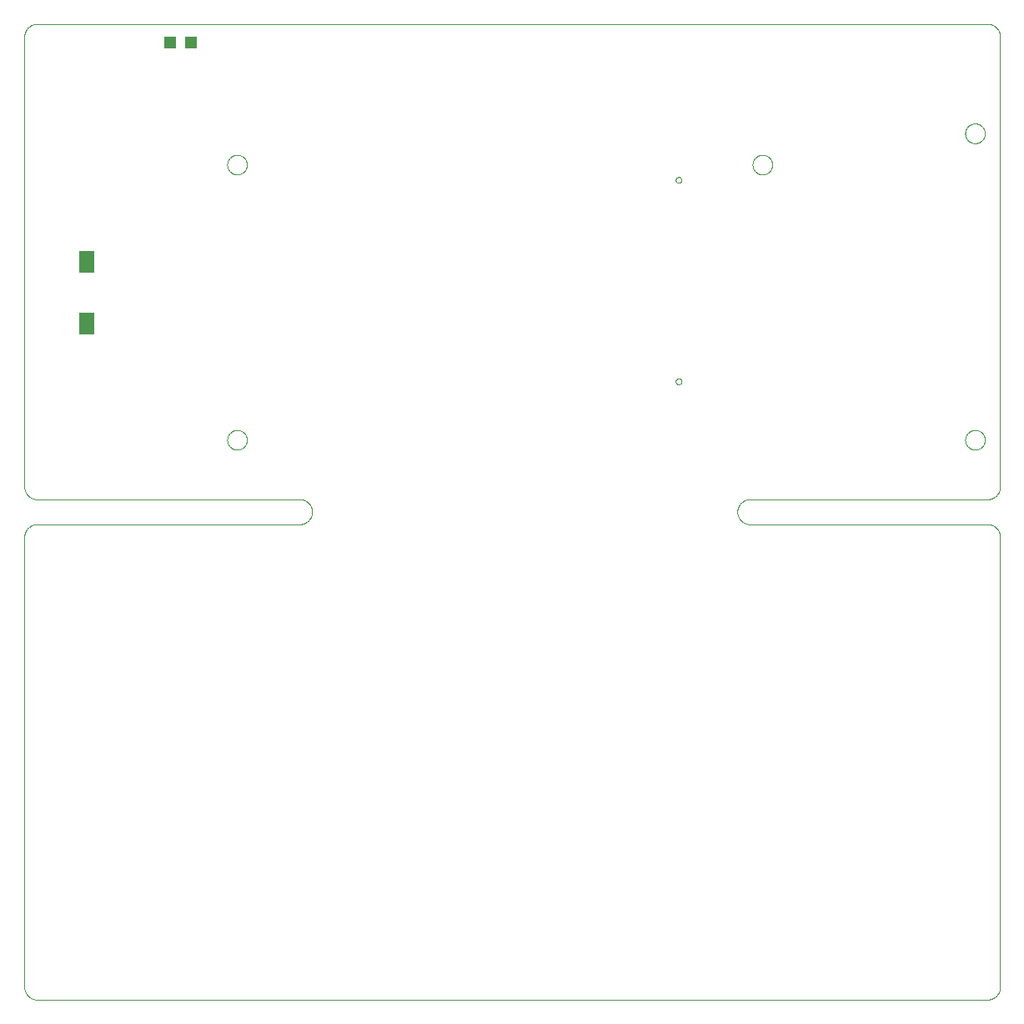
<source format=gbp>
G75*
%MOIN*%
%OFA0B0*%
%FSLAX25Y25*%
%IPPOS*%
%LPD*%
%AMOC8*
5,1,8,0,0,1.08239X$1,22.5*
%
%ADD10C,0.00000*%
%ADD11R,0.04724X0.04724*%
%ADD12R,0.06299X0.09055*%
D10*
X0006400Y0003787D02*
X0386400Y0003787D01*
X0386540Y0003789D01*
X0386680Y0003795D01*
X0386820Y0003805D01*
X0386960Y0003818D01*
X0387099Y0003836D01*
X0387238Y0003858D01*
X0387375Y0003883D01*
X0387513Y0003912D01*
X0387649Y0003945D01*
X0387784Y0003982D01*
X0387918Y0004023D01*
X0388051Y0004068D01*
X0388183Y0004116D01*
X0388313Y0004168D01*
X0388442Y0004223D01*
X0388569Y0004282D01*
X0388695Y0004345D01*
X0388819Y0004411D01*
X0388940Y0004480D01*
X0389060Y0004553D01*
X0389178Y0004630D01*
X0389293Y0004709D01*
X0389407Y0004792D01*
X0389517Y0004878D01*
X0389626Y0004967D01*
X0389732Y0005059D01*
X0389835Y0005154D01*
X0389936Y0005251D01*
X0390033Y0005352D01*
X0390128Y0005455D01*
X0390220Y0005561D01*
X0390309Y0005670D01*
X0390395Y0005780D01*
X0390478Y0005894D01*
X0390557Y0006009D01*
X0390634Y0006127D01*
X0390707Y0006247D01*
X0390776Y0006368D01*
X0390842Y0006492D01*
X0390905Y0006618D01*
X0390964Y0006745D01*
X0391019Y0006874D01*
X0391071Y0007004D01*
X0391119Y0007136D01*
X0391164Y0007269D01*
X0391205Y0007403D01*
X0391242Y0007538D01*
X0391275Y0007674D01*
X0391304Y0007812D01*
X0391329Y0007949D01*
X0391351Y0008088D01*
X0391369Y0008227D01*
X0391382Y0008367D01*
X0391392Y0008507D01*
X0391398Y0008647D01*
X0391400Y0008787D01*
X0391400Y0188787D01*
X0391398Y0188927D01*
X0391392Y0189067D01*
X0391382Y0189207D01*
X0391369Y0189347D01*
X0391351Y0189486D01*
X0391329Y0189625D01*
X0391304Y0189762D01*
X0391275Y0189900D01*
X0391242Y0190036D01*
X0391205Y0190171D01*
X0391164Y0190305D01*
X0391119Y0190438D01*
X0391071Y0190570D01*
X0391019Y0190700D01*
X0390964Y0190829D01*
X0390905Y0190956D01*
X0390842Y0191082D01*
X0390776Y0191206D01*
X0390707Y0191327D01*
X0390634Y0191447D01*
X0390557Y0191565D01*
X0390478Y0191680D01*
X0390395Y0191794D01*
X0390309Y0191904D01*
X0390220Y0192013D01*
X0390128Y0192119D01*
X0390033Y0192222D01*
X0389936Y0192323D01*
X0389835Y0192420D01*
X0389732Y0192515D01*
X0389626Y0192607D01*
X0389517Y0192696D01*
X0389407Y0192782D01*
X0389293Y0192865D01*
X0389178Y0192944D01*
X0389060Y0193021D01*
X0388940Y0193094D01*
X0388819Y0193163D01*
X0388695Y0193229D01*
X0388569Y0193292D01*
X0388442Y0193351D01*
X0388313Y0193406D01*
X0388183Y0193458D01*
X0388051Y0193506D01*
X0387918Y0193551D01*
X0387784Y0193592D01*
X0387649Y0193629D01*
X0387513Y0193662D01*
X0387375Y0193691D01*
X0387238Y0193716D01*
X0387099Y0193738D01*
X0386960Y0193756D01*
X0386820Y0193769D01*
X0386680Y0193779D01*
X0386540Y0193785D01*
X0386400Y0193787D01*
X0291400Y0193787D01*
X0291260Y0193789D01*
X0291120Y0193795D01*
X0290980Y0193805D01*
X0290840Y0193818D01*
X0290701Y0193836D01*
X0290562Y0193858D01*
X0290425Y0193883D01*
X0290287Y0193912D01*
X0290151Y0193945D01*
X0290016Y0193982D01*
X0289882Y0194023D01*
X0289749Y0194068D01*
X0289617Y0194116D01*
X0289487Y0194168D01*
X0289358Y0194223D01*
X0289231Y0194282D01*
X0289105Y0194345D01*
X0288981Y0194411D01*
X0288860Y0194480D01*
X0288740Y0194553D01*
X0288622Y0194630D01*
X0288507Y0194709D01*
X0288393Y0194792D01*
X0288283Y0194878D01*
X0288174Y0194967D01*
X0288068Y0195059D01*
X0287965Y0195154D01*
X0287864Y0195251D01*
X0287767Y0195352D01*
X0287672Y0195455D01*
X0287580Y0195561D01*
X0287491Y0195670D01*
X0287405Y0195780D01*
X0287322Y0195894D01*
X0287243Y0196009D01*
X0287166Y0196127D01*
X0287093Y0196247D01*
X0287024Y0196368D01*
X0286958Y0196492D01*
X0286895Y0196618D01*
X0286836Y0196745D01*
X0286781Y0196874D01*
X0286729Y0197004D01*
X0286681Y0197136D01*
X0286636Y0197269D01*
X0286595Y0197403D01*
X0286558Y0197538D01*
X0286525Y0197674D01*
X0286496Y0197812D01*
X0286471Y0197949D01*
X0286449Y0198088D01*
X0286431Y0198227D01*
X0286418Y0198367D01*
X0286408Y0198507D01*
X0286402Y0198647D01*
X0286400Y0198787D01*
X0286402Y0198927D01*
X0286408Y0199067D01*
X0286418Y0199207D01*
X0286431Y0199347D01*
X0286449Y0199486D01*
X0286471Y0199625D01*
X0286496Y0199762D01*
X0286525Y0199900D01*
X0286558Y0200036D01*
X0286595Y0200171D01*
X0286636Y0200305D01*
X0286681Y0200438D01*
X0286729Y0200570D01*
X0286781Y0200700D01*
X0286836Y0200829D01*
X0286895Y0200956D01*
X0286958Y0201082D01*
X0287024Y0201206D01*
X0287093Y0201327D01*
X0287166Y0201447D01*
X0287243Y0201565D01*
X0287322Y0201680D01*
X0287405Y0201794D01*
X0287491Y0201904D01*
X0287580Y0202013D01*
X0287672Y0202119D01*
X0287767Y0202222D01*
X0287864Y0202323D01*
X0287965Y0202420D01*
X0288068Y0202515D01*
X0288174Y0202607D01*
X0288283Y0202696D01*
X0288393Y0202782D01*
X0288507Y0202865D01*
X0288622Y0202944D01*
X0288740Y0203021D01*
X0288860Y0203094D01*
X0288981Y0203163D01*
X0289105Y0203229D01*
X0289231Y0203292D01*
X0289358Y0203351D01*
X0289487Y0203406D01*
X0289617Y0203458D01*
X0289749Y0203506D01*
X0289882Y0203551D01*
X0290016Y0203592D01*
X0290151Y0203629D01*
X0290287Y0203662D01*
X0290425Y0203691D01*
X0290562Y0203716D01*
X0290701Y0203738D01*
X0290840Y0203756D01*
X0290980Y0203769D01*
X0291120Y0203779D01*
X0291260Y0203785D01*
X0291400Y0203787D01*
X0386400Y0203787D01*
X0386540Y0203789D01*
X0386680Y0203795D01*
X0386820Y0203805D01*
X0386960Y0203818D01*
X0387099Y0203836D01*
X0387238Y0203858D01*
X0387375Y0203883D01*
X0387513Y0203912D01*
X0387649Y0203945D01*
X0387784Y0203982D01*
X0387918Y0204023D01*
X0388051Y0204068D01*
X0388183Y0204116D01*
X0388313Y0204168D01*
X0388442Y0204223D01*
X0388569Y0204282D01*
X0388695Y0204345D01*
X0388819Y0204411D01*
X0388940Y0204480D01*
X0389060Y0204553D01*
X0389178Y0204630D01*
X0389293Y0204709D01*
X0389407Y0204792D01*
X0389517Y0204878D01*
X0389626Y0204967D01*
X0389732Y0205059D01*
X0389835Y0205154D01*
X0389936Y0205251D01*
X0390033Y0205352D01*
X0390128Y0205455D01*
X0390220Y0205561D01*
X0390309Y0205670D01*
X0390395Y0205780D01*
X0390478Y0205894D01*
X0390557Y0206009D01*
X0390634Y0206127D01*
X0390707Y0206247D01*
X0390776Y0206368D01*
X0390842Y0206492D01*
X0390905Y0206618D01*
X0390964Y0206745D01*
X0391019Y0206874D01*
X0391071Y0207004D01*
X0391119Y0207136D01*
X0391164Y0207269D01*
X0391205Y0207403D01*
X0391242Y0207538D01*
X0391275Y0207674D01*
X0391304Y0207812D01*
X0391329Y0207949D01*
X0391351Y0208088D01*
X0391369Y0208227D01*
X0391382Y0208367D01*
X0391392Y0208507D01*
X0391398Y0208647D01*
X0391400Y0208787D01*
X0391400Y0388787D01*
X0391398Y0388927D01*
X0391392Y0389067D01*
X0391382Y0389207D01*
X0391369Y0389347D01*
X0391351Y0389486D01*
X0391329Y0389625D01*
X0391304Y0389762D01*
X0391275Y0389900D01*
X0391242Y0390036D01*
X0391205Y0390171D01*
X0391164Y0390305D01*
X0391119Y0390438D01*
X0391071Y0390570D01*
X0391019Y0390700D01*
X0390964Y0390829D01*
X0390905Y0390956D01*
X0390842Y0391082D01*
X0390776Y0391206D01*
X0390707Y0391327D01*
X0390634Y0391447D01*
X0390557Y0391565D01*
X0390478Y0391680D01*
X0390395Y0391794D01*
X0390309Y0391904D01*
X0390220Y0392013D01*
X0390128Y0392119D01*
X0390033Y0392222D01*
X0389936Y0392323D01*
X0389835Y0392420D01*
X0389732Y0392515D01*
X0389626Y0392607D01*
X0389517Y0392696D01*
X0389407Y0392782D01*
X0389293Y0392865D01*
X0389178Y0392944D01*
X0389060Y0393021D01*
X0388940Y0393094D01*
X0388819Y0393163D01*
X0388695Y0393229D01*
X0388569Y0393292D01*
X0388442Y0393351D01*
X0388313Y0393406D01*
X0388183Y0393458D01*
X0388051Y0393506D01*
X0387918Y0393551D01*
X0387784Y0393592D01*
X0387649Y0393629D01*
X0387513Y0393662D01*
X0387375Y0393691D01*
X0387238Y0393716D01*
X0387099Y0393738D01*
X0386960Y0393756D01*
X0386820Y0393769D01*
X0386680Y0393779D01*
X0386540Y0393785D01*
X0386400Y0393787D01*
X0006400Y0393787D01*
X0006260Y0393785D01*
X0006120Y0393779D01*
X0005980Y0393769D01*
X0005840Y0393756D01*
X0005701Y0393738D01*
X0005562Y0393716D01*
X0005425Y0393691D01*
X0005287Y0393662D01*
X0005151Y0393629D01*
X0005016Y0393592D01*
X0004882Y0393551D01*
X0004749Y0393506D01*
X0004617Y0393458D01*
X0004487Y0393406D01*
X0004358Y0393351D01*
X0004231Y0393292D01*
X0004105Y0393229D01*
X0003981Y0393163D01*
X0003860Y0393094D01*
X0003740Y0393021D01*
X0003622Y0392944D01*
X0003507Y0392865D01*
X0003393Y0392782D01*
X0003283Y0392696D01*
X0003174Y0392607D01*
X0003068Y0392515D01*
X0002965Y0392420D01*
X0002864Y0392323D01*
X0002767Y0392222D01*
X0002672Y0392119D01*
X0002580Y0392013D01*
X0002491Y0391904D01*
X0002405Y0391794D01*
X0002322Y0391680D01*
X0002243Y0391565D01*
X0002166Y0391447D01*
X0002093Y0391327D01*
X0002024Y0391206D01*
X0001958Y0391082D01*
X0001895Y0390956D01*
X0001836Y0390829D01*
X0001781Y0390700D01*
X0001729Y0390570D01*
X0001681Y0390438D01*
X0001636Y0390305D01*
X0001595Y0390171D01*
X0001558Y0390036D01*
X0001525Y0389900D01*
X0001496Y0389762D01*
X0001471Y0389625D01*
X0001449Y0389486D01*
X0001431Y0389347D01*
X0001418Y0389207D01*
X0001408Y0389067D01*
X0001402Y0388927D01*
X0001400Y0388787D01*
X0001400Y0208787D01*
X0001402Y0208647D01*
X0001408Y0208507D01*
X0001418Y0208367D01*
X0001431Y0208227D01*
X0001449Y0208088D01*
X0001471Y0207949D01*
X0001496Y0207812D01*
X0001525Y0207674D01*
X0001558Y0207538D01*
X0001595Y0207403D01*
X0001636Y0207269D01*
X0001681Y0207136D01*
X0001729Y0207004D01*
X0001781Y0206874D01*
X0001836Y0206745D01*
X0001895Y0206618D01*
X0001958Y0206492D01*
X0002024Y0206368D01*
X0002093Y0206247D01*
X0002166Y0206127D01*
X0002243Y0206009D01*
X0002322Y0205894D01*
X0002405Y0205780D01*
X0002491Y0205670D01*
X0002580Y0205561D01*
X0002672Y0205455D01*
X0002767Y0205352D01*
X0002864Y0205251D01*
X0002965Y0205154D01*
X0003068Y0205059D01*
X0003174Y0204967D01*
X0003283Y0204878D01*
X0003393Y0204792D01*
X0003507Y0204709D01*
X0003622Y0204630D01*
X0003740Y0204553D01*
X0003860Y0204480D01*
X0003981Y0204411D01*
X0004105Y0204345D01*
X0004231Y0204282D01*
X0004358Y0204223D01*
X0004487Y0204168D01*
X0004617Y0204116D01*
X0004749Y0204068D01*
X0004882Y0204023D01*
X0005016Y0203982D01*
X0005151Y0203945D01*
X0005287Y0203912D01*
X0005425Y0203883D01*
X0005562Y0203858D01*
X0005701Y0203836D01*
X0005840Y0203818D01*
X0005980Y0203805D01*
X0006120Y0203795D01*
X0006260Y0203789D01*
X0006400Y0203787D01*
X0111400Y0203787D01*
X0111540Y0203785D01*
X0111680Y0203779D01*
X0111820Y0203769D01*
X0111960Y0203756D01*
X0112099Y0203738D01*
X0112238Y0203716D01*
X0112375Y0203691D01*
X0112513Y0203662D01*
X0112649Y0203629D01*
X0112784Y0203592D01*
X0112918Y0203551D01*
X0113051Y0203506D01*
X0113183Y0203458D01*
X0113313Y0203406D01*
X0113442Y0203351D01*
X0113569Y0203292D01*
X0113695Y0203229D01*
X0113819Y0203163D01*
X0113940Y0203094D01*
X0114060Y0203021D01*
X0114178Y0202944D01*
X0114293Y0202865D01*
X0114407Y0202782D01*
X0114517Y0202696D01*
X0114626Y0202607D01*
X0114732Y0202515D01*
X0114835Y0202420D01*
X0114936Y0202323D01*
X0115033Y0202222D01*
X0115128Y0202119D01*
X0115220Y0202013D01*
X0115309Y0201904D01*
X0115395Y0201794D01*
X0115478Y0201680D01*
X0115557Y0201565D01*
X0115634Y0201447D01*
X0115707Y0201327D01*
X0115776Y0201206D01*
X0115842Y0201082D01*
X0115905Y0200956D01*
X0115964Y0200829D01*
X0116019Y0200700D01*
X0116071Y0200570D01*
X0116119Y0200438D01*
X0116164Y0200305D01*
X0116205Y0200171D01*
X0116242Y0200036D01*
X0116275Y0199900D01*
X0116304Y0199762D01*
X0116329Y0199625D01*
X0116351Y0199486D01*
X0116369Y0199347D01*
X0116382Y0199207D01*
X0116392Y0199067D01*
X0116398Y0198927D01*
X0116400Y0198787D01*
X0116398Y0198647D01*
X0116392Y0198507D01*
X0116382Y0198367D01*
X0116369Y0198227D01*
X0116351Y0198088D01*
X0116329Y0197949D01*
X0116304Y0197812D01*
X0116275Y0197674D01*
X0116242Y0197538D01*
X0116205Y0197403D01*
X0116164Y0197269D01*
X0116119Y0197136D01*
X0116071Y0197004D01*
X0116019Y0196874D01*
X0115964Y0196745D01*
X0115905Y0196618D01*
X0115842Y0196492D01*
X0115776Y0196368D01*
X0115707Y0196247D01*
X0115634Y0196127D01*
X0115557Y0196009D01*
X0115478Y0195894D01*
X0115395Y0195780D01*
X0115309Y0195670D01*
X0115220Y0195561D01*
X0115128Y0195455D01*
X0115033Y0195352D01*
X0114936Y0195251D01*
X0114835Y0195154D01*
X0114732Y0195059D01*
X0114626Y0194967D01*
X0114517Y0194878D01*
X0114407Y0194792D01*
X0114293Y0194709D01*
X0114178Y0194630D01*
X0114060Y0194553D01*
X0113940Y0194480D01*
X0113819Y0194411D01*
X0113695Y0194345D01*
X0113569Y0194282D01*
X0113442Y0194223D01*
X0113313Y0194168D01*
X0113183Y0194116D01*
X0113051Y0194068D01*
X0112918Y0194023D01*
X0112784Y0193982D01*
X0112649Y0193945D01*
X0112513Y0193912D01*
X0112375Y0193883D01*
X0112238Y0193858D01*
X0112099Y0193836D01*
X0111960Y0193818D01*
X0111820Y0193805D01*
X0111680Y0193795D01*
X0111540Y0193789D01*
X0111400Y0193787D01*
X0006400Y0193787D01*
X0006260Y0193785D01*
X0006120Y0193779D01*
X0005980Y0193769D01*
X0005840Y0193756D01*
X0005701Y0193738D01*
X0005562Y0193716D01*
X0005425Y0193691D01*
X0005287Y0193662D01*
X0005151Y0193629D01*
X0005016Y0193592D01*
X0004882Y0193551D01*
X0004749Y0193506D01*
X0004617Y0193458D01*
X0004487Y0193406D01*
X0004358Y0193351D01*
X0004231Y0193292D01*
X0004105Y0193229D01*
X0003981Y0193163D01*
X0003860Y0193094D01*
X0003740Y0193021D01*
X0003622Y0192944D01*
X0003507Y0192865D01*
X0003393Y0192782D01*
X0003283Y0192696D01*
X0003174Y0192607D01*
X0003068Y0192515D01*
X0002965Y0192420D01*
X0002864Y0192323D01*
X0002767Y0192222D01*
X0002672Y0192119D01*
X0002580Y0192013D01*
X0002491Y0191904D01*
X0002405Y0191794D01*
X0002322Y0191680D01*
X0002243Y0191565D01*
X0002166Y0191447D01*
X0002093Y0191327D01*
X0002024Y0191206D01*
X0001958Y0191082D01*
X0001895Y0190956D01*
X0001836Y0190829D01*
X0001781Y0190700D01*
X0001729Y0190570D01*
X0001681Y0190438D01*
X0001636Y0190305D01*
X0001595Y0190171D01*
X0001558Y0190036D01*
X0001525Y0189900D01*
X0001496Y0189762D01*
X0001471Y0189625D01*
X0001449Y0189486D01*
X0001431Y0189347D01*
X0001418Y0189207D01*
X0001408Y0189067D01*
X0001402Y0188927D01*
X0001400Y0188787D01*
X0001400Y0008787D01*
X0001402Y0008647D01*
X0001408Y0008507D01*
X0001418Y0008367D01*
X0001431Y0008227D01*
X0001449Y0008088D01*
X0001471Y0007949D01*
X0001496Y0007812D01*
X0001525Y0007674D01*
X0001558Y0007538D01*
X0001595Y0007403D01*
X0001636Y0007269D01*
X0001681Y0007136D01*
X0001729Y0007004D01*
X0001781Y0006874D01*
X0001836Y0006745D01*
X0001895Y0006618D01*
X0001958Y0006492D01*
X0002024Y0006368D01*
X0002093Y0006247D01*
X0002166Y0006127D01*
X0002243Y0006009D01*
X0002322Y0005894D01*
X0002405Y0005780D01*
X0002491Y0005670D01*
X0002580Y0005561D01*
X0002672Y0005455D01*
X0002767Y0005352D01*
X0002864Y0005251D01*
X0002965Y0005154D01*
X0003068Y0005059D01*
X0003174Y0004967D01*
X0003283Y0004878D01*
X0003393Y0004792D01*
X0003507Y0004709D01*
X0003622Y0004630D01*
X0003740Y0004553D01*
X0003860Y0004480D01*
X0003981Y0004411D01*
X0004105Y0004345D01*
X0004231Y0004282D01*
X0004358Y0004223D01*
X0004487Y0004168D01*
X0004617Y0004116D01*
X0004749Y0004068D01*
X0004882Y0004023D01*
X0005016Y0003982D01*
X0005151Y0003945D01*
X0005287Y0003912D01*
X0005425Y0003883D01*
X0005562Y0003858D01*
X0005701Y0003836D01*
X0005840Y0003818D01*
X0005980Y0003805D01*
X0006120Y0003795D01*
X0006260Y0003789D01*
X0006400Y0003787D01*
X0082463Y0227537D02*
X0082465Y0227662D01*
X0082471Y0227787D01*
X0082481Y0227911D01*
X0082495Y0228035D01*
X0082512Y0228159D01*
X0082534Y0228282D01*
X0082560Y0228404D01*
X0082589Y0228526D01*
X0082622Y0228646D01*
X0082660Y0228765D01*
X0082700Y0228884D01*
X0082745Y0229000D01*
X0082793Y0229115D01*
X0082845Y0229229D01*
X0082901Y0229341D01*
X0082960Y0229451D01*
X0083022Y0229559D01*
X0083088Y0229666D01*
X0083157Y0229770D01*
X0083230Y0229871D01*
X0083305Y0229971D01*
X0083384Y0230068D01*
X0083466Y0230162D01*
X0083551Y0230254D01*
X0083638Y0230343D01*
X0083729Y0230429D01*
X0083822Y0230512D01*
X0083918Y0230593D01*
X0084016Y0230670D01*
X0084116Y0230744D01*
X0084219Y0230815D01*
X0084324Y0230882D01*
X0084432Y0230947D01*
X0084541Y0231007D01*
X0084652Y0231065D01*
X0084765Y0231118D01*
X0084879Y0231168D01*
X0084995Y0231215D01*
X0085112Y0231257D01*
X0085231Y0231296D01*
X0085351Y0231332D01*
X0085472Y0231363D01*
X0085594Y0231391D01*
X0085716Y0231414D01*
X0085840Y0231434D01*
X0085964Y0231450D01*
X0086088Y0231462D01*
X0086213Y0231470D01*
X0086338Y0231474D01*
X0086462Y0231474D01*
X0086587Y0231470D01*
X0086712Y0231462D01*
X0086836Y0231450D01*
X0086960Y0231434D01*
X0087084Y0231414D01*
X0087206Y0231391D01*
X0087328Y0231363D01*
X0087449Y0231332D01*
X0087569Y0231296D01*
X0087688Y0231257D01*
X0087805Y0231215D01*
X0087921Y0231168D01*
X0088035Y0231118D01*
X0088148Y0231065D01*
X0088259Y0231007D01*
X0088369Y0230947D01*
X0088476Y0230882D01*
X0088581Y0230815D01*
X0088684Y0230744D01*
X0088784Y0230670D01*
X0088882Y0230593D01*
X0088978Y0230512D01*
X0089071Y0230429D01*
X0089162Y0230343D01*
X0089249Y0230254D01*
X0089334Y0230162D01*
X0089416Y0230068D01*
X0089495Y0229971D01*
X0089570Y0229871D01*
X0089643Y0229770D01*
X0089712Y0229666D01*
X0089778Y0229559D01*
X0089840Y0229451D01*
X0089899Y0229341D01*
X0089955Y0229229D01*
X0090007Y0229115D01*
X0090055Y0229000D01*
X0090100Y0228884D01*
X0090140Y0228765D01*
X0090178Y0228646D01*
X0090211Y0228526D01*
X0090240Y0228404D01*
X0090266Y0228282D01*
X0090288Y0228159D01*
X0090305Y0228035D01*
X0090319Y0227911D01*
X0090329Y0227787D01*
X0090335Y0227662D01*
X0090337Y0227537D01*
X0090335Y0227412D01*
X0090329Y0227287D01*
X0090319Y0227163D01*
X0090305Y0227039D01*
X0090288Y0226915D01*
X0090266Y0226792D01*
X0090240Y0226670D01*
X0090211Y0226548D01*
X0090178Y0226428D01*
X0090140Y0226309D01*
X0090100Y0226190D01*
X0090055Y0226074D01*
X0090007Y0225959D01*
X0089955Y0225845D01*
X0089899Y0225733D01*
X0089840Y0225623D01*
X0089778Y0225515D01*
X0089712Y0225408D01*
X0089643Y0225304D01*
X0089570Y0225203D01*
X0089495Y0225103D01*
X0089416Y0225006D01*
X0089334Y0224912D01*
X0089249Y0224820D01*
X0089162Y0224731D01*
X0089071Y0224645D01*
X0088978Y0224562D01*
X0088882Y0224481D01*
X0088784Y0224404D01*
X0088684Y0224330D01*
X0088581Y0224259D01*
X0088476Y0224192D01*
X0088368Y0224127D01*
X0088259Y0224067D01*
X0088148Y0224009D01*
X0088035Y0223956D01*
X0087921Y0223906D01*
X0087805Y0223859D01*
X0087688Y0223817D01*
X0087569Y0223778D01*
X0087449Y0223742D01*
X0087328Y0223711D01*
X0087206Y0223683D01*
X0087084Y0223660D01*
X0086960Y0223640D01*
X0086836Y0223624D01*
X0086712Y0223612D01*
X0086587Y0223604D01*
X0086462Y0223600D01*
X0086338Y0223600D01*
X0086213Y0223604D01*
X0086088Y0223612D01*
X0085964Y0223624D01*
X0085840Y0223640D01*
X0085716Y0223660D01*
X0085594Y0223683D01*
X0085472Y0223711D01*
X0085351Y0223742D01*
X0085231Y0223778D01*
X0085112Y0223817D01*
X0084995Y0223859D01*
X0084879Y0223906D01*
X0084765Y0223956D01*
X0084652Y0224009D01*
X0084541Y0224067D01*
X0084431Y0224127D01*
X0084324Y0224192D01*
X0084219Y0224259D01*
X0084116Y0224330D01*
X0084016Y0224404D01*
X0083918Y0224481D01*
X0083822Y0224562D01*
X0083729Y0224645D01*
X0083638Y0224731D01*
X0083551Y0224820D01*
X0083466Y0224912D01*
X0083384Y0225006D01*
X0083305Y0225103D01*
X0083230Y0225203D01*
X0083157Y0225304D01*
X0083088Y0225408D01*
X0083022Y0225515D01*
X0082960Y0225623D01*
X0082901Y0225733D01*
X0082845Y0225845D01*
X0082793Y0225959D01*
X0082745Y0226074D01*
X0082700Y0226190D01*
X0082660Y0226309D01*
X0082622Y0226428D01*
X0082589Y0226548D01*
X0082560Y0226670D01*
X0082534Y0226792D01*
X0082512Y0226915D01*
X0082495Y0227039D01*
X0082481Y0227163D01*
X0082471Y0227287D01*
X0082465Y0227412D01*
X0082463Y0227537D01*
X0082463Y0337537D02*
X0082465Y0337662D01*
X0082471Y0337787D01*
X0082481Y0337911D01*
X0082495Y0338035D01*
X0082512Y0338159D01*
X0082534Y0338282D01*
X0082560Y0338404D01*
X0082589Y0338526D01*
X0082622Y0338646D01*
X0082660Y0338765D01*
X0082700Y0338884D01*
X0082745Y0339000D01*
X0082793Y0339115D01*
X0082845Y0339229D01*
X0082901Y0339341D01*
X0082960Y0339451D01*
X0083022Y0339559D01*
X0083088Y0339666D01*
X0083157Y0339770D01*
X0083230Y0339871D01*
X0083305Y0339971D01*
X0083384Y0340068D01*
X0083466Y0340162D01*
X0083551Y0340254D01*
X0083638Y0340343D01*
X0083729Y0340429D01*
X0083822Y0340512D01*
X0083918Y0340593D01*
X0084016Y0340670D01*
X0084116Y0340744D01*
X0084219Y0340815D01*
X0084324Y0340882D01*
X0084432Y0340947D01*
X0084541Y0341007D01*
X0084652Y0341065D01*
X0084765Y0341118D01*
X0084879Y0341168D01*
X0084995Y0341215D01*
X0085112Y0341257D01*
X0085231Y0341296D01*
X0085351Y0341332D01*
X0085472Y0341363D01*
X0085594Y0341391D01*
X0085716Y0341414D01*
X0085840Y0341434D01*
X0085964Y0341450D01*
X0086088Y0341462D01*
X0086213Y0341470D01*
X0086338Y0341474D01*
X0086462Y0341474D01*
X0086587Y0341470D01*
X0086712Y0341462D01*
X0086836Y0341450D01*
X0086960Y0341434D01*
X0087084Y0341414D01*
X0087206Y0341391D01*
X0087328Y0341363D01*
X0087449Y0341332D01*
X0087569Y0341296D01*
X0087688Y0341257D01*
X0087805Y0341215D01*
X0087921Y0341168D01*
X0088035Y0341118D01*
X0088148Y0341065D01*
X0088259Y0341007D01*
X0088369Y0340947D01*
X0088476Y0340882D01*
X0088581Y0340815D01*
X0088684Y0340744D01*
X0088784Y0340670D01*
X0088882Y0340593D01*
X0088978Y0340512D01*
X0089071Y0340429D01*
X0089162Y0340343D01*
X0089249Y0340254D01*
X0089334Y0340162D01*
X0089416Y0340068D01*
X0089495Y0339971D01*
X0089570Y0339871D01*
X0089643Y0339770D01*
X0089712Y0339666D01*
X0089778Y0339559D01*
X0089840Y0339451D01*
X0089899Y0339341D01*
X0089955Y0339229D01*
X0090007Y0339115D01*
X0090055Y0339000D01*
X0090100Y0338884D01*
X0090140Y0338765D01*
X0090178Y0338646D01*
X0090211Y0338526D01*
X0090240Y0338404D01*
X0090266Y0338282D01*
X0090288Y0338159D01*
X0090305Y0338035D01*
X0090319Y0337911D01*
X0090329Y0337787D01*
X0090335Y0337662D01*
X0090337Y0337537D01*
X0090335Y0337412D01*
X0090329Y0337287D01*
X0090319Y0337163D01*
X0090305Y0337039D01*
X0090288Y0336915D01*
X0090266Y0336792D01*
X0090240Y0336670D01*
X0090211Y0336548D01*
X0090178Y0336428D01*
X0090140Y0336309D01*
X0090100Y0336190D01*
X0090055Y0336074D01*
X0090007Y0335959D01*
X0089955Y0335845D01*
X0089899Y0335733D01*
X0089840Y0335623D01*
X0089778Y0335515D01*
X0089712Y0335408D01*
X0089643Y0335304D01*
X0089570Y0335203D01*
X0089495Y0335103D01*
X0089416Y0335006D01*
X0089334Y0334912D01*
X0089249Y0334820D01*
X0089162Y0334731D01*
X0089071Y0334645D01*
X0088978Y0334562D01*
X0088882Y0334481D01*
X0088784Y0334404D01*
X0088684Y0334330D01*
X0088581Y0334259D01*
X0088476Y0334192D01*
X0088368Y0334127D01*
X0088259Y0334067D01*
X0088148Y0334009D01*
X0088035Y0333956D01*
X0087921Y0333906D01*
X0087805Y0333859D01*
X0087688Y0333817D01*
X0087569Y0333778D01*
X0087449Y0333742D01*
X0087328Y0333711D01*
X0087206Y0333683D01*
X0087084Y0333660D01*
X0086960Y0333640D01*
X0086836Y0333624D01*
X0086712Y0333612D01*
X0086587Y0333604D01*
X0086462Y0333600D01*
X0086338Y0333600D01*
X0086213Y0333604D01*
X0086088Y0333612D01*
X0085964Y0333624D01*
X0085840Y0333640D01*
X0085716Y0333660D01*
X0085594Y0333683D01*
X0085472Y0333711D01*
X0085351Y0333742D01*
X0085231Y0333778D01*
X0085112Y0333817D01*
X0084995Y0333859D01*
X0084879Y0333906D01*
X0084765Y0333956D01*
X0084652Y0334009D01*
X0084541Y0334067D01*
X0084431Y0334127D01*
X0084324Y0334192D01*
X0084219Y0334259D01*
X0084116Y0334330D01*
X0084016Y0334404D01*
X0083918Y0334481D01*
X0083822Y0334562D01*
X0083729Y0334645D01*
X0083638Y0334731D01*
X0083551Y0334820D01*
X0083466Y0334912D01*
X0083384Y0335006D01*
X0083305Y0335103D01*
X0083230Y0335203D01*
X0083157Y0335304D01*
X0083088Y0335408D01*
X0083022Y0335515D01*
X0082960Y0335623D01*
X0082901Y0335733D01*
X0082845Y0335845D01*
X0082793Y0335959D01*
X0082745Y0336074D01*
X0082700Y0336190D01*
X0082660Y0336309D01*
X0082622Y0336428D01*
X0082589Y0336548D01*
X0082560Y0336670D01*
X0082534Y0336792D01*
X0082512Y0336915D01*
X0082495Y0337039D01*
X0082481Y0337163D01*
X0082471Y0337287D01*
X0082465Y0337412D01*
X0082463Y0337537D01*
X0261754Y0331406D02*
X0261756Y0331475D01*
X0261762Y0331543D01*
X0261772Y0331611D01*
X0261786Y0331678D01*
X0261804Y0331745D01*
X0261825Y0331810D01*
X0261851Y0331874D01*
X0261880Y0331936D01*
X0261912Y0331996D01*
X0261948Y0332055D01*
X0261988Y0332111D01*
X0262030Y0332165D01*
X0262076Y0332216D01*
X0262125Y0332265D01*
X0262176Y0332311D01*
X0262230Y0332353D01*
X0262286Y0332393D01*
X0262344Y0332429D01*
X0262405Y0332461D01*
X0262467Y0332490D01*
X0262531Y0332516D01*
X0262596Y0332537D01*
X0262663Y0332555D01*
X0262730Y0332569D01*
X0262798Y0332579D01*
X0262866Y0332585D01*
X0262935Y0332587D01*
X0263004Y0332585D01*
X0263072Y0332579D01*
X0263140Y0332569D01*
X0263207Y0332555D01*
X0263274Y0332537D01*
X0263339Y0332516D01*
X0263403Y0332490D01*
X0263465Y0332461D01*
X0263525Y0332429D01*
X0263584Y0332393D01*
X0263640Y0332353D01*
X0263694Y0332311D01*
X0263745Y0332265D01*
X0263794Y0332216D01*
X0263840Y0332165D01*
X0263882Y0332111D01*
X0263922Y0332055D01*
X0263958Y0331996D01*
X0263990Y0331936D01*
X0264019Y0331874D01*
X0264045Y0331810D01*
X0264066Y0331745D01*
X0264084Y0331678D01*
X0264098Y0331611D01*
X0264108Y0331543D01*
X0264114Y0331475D01*
X0264116Y0331406D01*
X0264114Y0331337D01*
X0264108Y0331269D01*
X0264098Y0331201D01*
X0264084Y0331134D01*
X0264066Y0331067D01*
X0264045Y0331002D01*
X0264019Y0330938D01*
X0263990Y0330876D01*
X0263958Y0330815D01*
X0263922Y0330757D01*
X0263882Y0330701D01*
X0263840Y0330647D01*
X0263794Y0330596D01*
X0263745Y0330547D01*
X0263694Y0330501D01*
X0263640Y0330459D01*
X0263584Y0330419D01*
X0263526Y0330383D01*
X0263465Y0330351D01*
X0263403Y0330322D01*
X0263339Y0330296D01*
X0263274Y0330275D01*
X0263207Y0330257D01*
X0263140Y0330243D01*
X0263072Y0330233D01*
X0263004Y0330227D01*
X0262935Y0330225D01*
X0262866Y0330227D01*
X0262798Y0330233D01*
X0262730Y0330243D01*
X0262663Y0330257D01*
X0262596Y0330275D01*
X0262531Y0330296D01*
X0262467Y0330322D01*
X0262405Y0330351D01*
X0262344Y0330383D01*
X0262286Y0330419D01*
X0262230Y0330459D01*
X0262176Y0330501D01*
X0262125Y0330547D01*
X0262076Y0330596D01*
X0262030Y0330647D01*
X0261988Y0330701D01*
X0261948Y0330757D01*
X0261912Y0330815D01*
X0261880Y0330876D01*
X0261851Y0330938D01*
X0261825Y0331002D01*
X0261804Y0331067D01*
X0261786Y0331134D01*
X0261772Y0331201D01*
X0261762Y0331269D01*
X0261756Y0331337D01*
X0261754Y0331406D01*
X0292463Y0337537D02*
X0292465Y0337662D01*
X0292471Y0337787D01*
X0292481Y0337911D01*
X0292495Y0338035D01*
X0292512Y0338159D01*
X0292534Y0338282D01*
X0292560Y0338404D01*
X0292589Y0338526D01*
X0292622Y0338646D01*
X0292660Y0338765D01*
X0292700Y0338884D01*
X0292745Y0339000D01*
X0292793Y0339115D01*
X0292845Y0339229D01*
X0292901Y0339341D01*
X0292960Y0339451D01*
X0293022Y0339559D01*
X0293088Y0339666D01*
X0293157Y0339770D01*
X0293230Y0339871D01*
X0293305Y0339971D01*
X0293384Y0340068D01*
X0293466Y0340162D01*
X0293551Y0340254D01*
X0293638Y0340343D01*
X0293729Y0340429D01*
X0293822Y0340512D01*
X0293918Y0340593D01*
X0294016Y0340670D01*
X0294116Y0340744D01*
X0294219Y0340815D01*
X0294324Y0340882D01*
X0294432Y0340947D01*
X0294541Y0341007D01*
X0294652Y0341065D01*
X0294765Y0341118D01*
X0294879Y0341168D01*
X0294995Y0341215D01*
X0295112Y0341257D01*
X0295231Y0341296D01*
X0295351Y0341332D01*
X0295472Y0341363D01*
X0295594Y0341391D01*
X0295716Y0341414D01*
X0295840Y0341434D01*
X0295964Y0341450D01*
X0296088Y0341462D01*
X0296213Y0341470D01*
X0296338Y0341474D01*
X0296462Y0341474D01*
X0296587Y0341470D01*
X0296712Y0341462D01*
X0296836Y0341450D01*
X0296960Y0341434D01*
X0297084Y0341414D01*
X0297206Y0341391D01*
X0297328Y0341363D01*
X0297449Y0341332D01*
X0297569Y0341296D01*
X0297688Y0341257D01*
X0297805Y0341215D01*
X0297921Y0341168D01*
X0298035Y0341118D01*
X0298148Y0341065D01*
X0298259Y0341007D01*
X0298369Y0340947D01*
X0298476Y0340882D01*
X0298581Y0340815D01*
X0298684Y0340744D01*
X0298784Y0340670D01*
X0298882Y0340593D01*
X0298978Y0340512D01*
X0299071Y0340429D01*
X0299162Y0340343D01*
X0299249Y0340254D01*
X0299334Y0340162D01*
X0299416Y0340068D01*
X0299495Y0339971D01*
X0299570Y0339871D01*
X0299643Y0339770D01*
X0299712Y0339666D01*
X0299778Y0339559D01*
X0299840Y0339451D01*
X0299899Y0339341D01*
X0299955Y0339229D01*
X0300007Y0339115D01*
X0300055Y0339000D01*
X0300100Y0338884D01*
X0300140Y0338765D01*
X0300178Y0338646D01*
X0300211Y0338526D01*
X0300240Y0338404D01*
X0300266Y0338282D01*
X0300288Y0338159D01*
X0300305Y0338035D01*
X0300319Y0337911D01*
X0300329Y0337787D01*
X0300335Y0337662D01*
X0300337Y0337537D01*
X0300335Y0337412D01*
X0300329Y0337287D01*
X0300319Y0337163D01*
X0300305Y0337039D01*
X0300288Y0336915D01*
X0300266Y0336792D01*
X0300240Y0336670D01*
X0300211Y0336548D01*
X0300178Y0336428D01*
X0300140Y0336309D01*
X0300100Y0336190D01*
X0300055Y0336074D01*
X0300007Y0335959D01*
X0299955Y0335845D01*
X0299899Y0335733D01*
X0299840Y0335623D01*
X0299778Y0335515D01*
X0299712Y0335408D01*
X0299643Y0335304D01*
X0299570Y0335203D01*
X0299495Y0335103D01*
X0299416Y0335006D01*
X0299334Y0334912D01*
X0299249Y0334820D01*
X0299162Y0334731D01*
X0299071Y0334645D01*
X0298978Y0334562D01*
X0298882Y0334481D01*
X0298784Y0334404D01*
X0298684Y0334330D01*
X0298581Y0334259D01*
X0298476Y0334192D01*
X0298368Y0334127D01*
X0298259Y0334067D01*
X0298148Y0334009D01*
X0298035Y0333956D01*
X0297921Y0333906D01*
X0297805Y0333859D01*
X0297688Y0333817D01*
X0297569Y0333778D01*
X0297449Y0333742D01*
X0297328Y0333711D01*
X0297206Y0333683D01*
X0297084Y0333660D01*
X0296960Y0333640D01*
X0296836Y0333624D01*
X0296712Y0333612D01*
X0296587Y0333604D01*
X0296462Y0333600D01*
X0296338Y0333600D01*
X0296213Y0333604D01*
X0296088Y0333612D01*
X0295964Y0333624D01*
X0295840Y0333640D01*
X0295716Y0333660D01*
X0295594Y0333683D01*
X0295472Y0333711D01*
X0295351Y0333742D01*
X0295231Y0333778D01*
X0295112Y0333817D01*
X0294995Y0333859D01*
X0294879Y0333906D01*
X0294765Y0333956D01*
X0294652Y0334009D01*
X0294541Y0334067D01*
X0294431Y0334127D01*
X0294324Y0334192D01*
X0294219Y0334259D01*
X0294116Y0334330D01*
X0294016Y0334404D01*
X0293918Y0334481D01*
X0293822Y0334562D01*
X0293729Y0334645D01*
X0293638Y0334731D01*
X0293551Y0334820D01*
X0293466Y0334912D01*
X0293384Y0335006D01*
X0293305Y0335103D01*
X0293230Y0335203D01*
X0293157Y0335304D01*
X0293088Y0335408D01*
X0293022Y0335515D01*
X0292960Y0335623D01*
X0292901Y0335733D01*
X0292845Y0335845D01*
X0292793Y0335959D01*
X0292745Y0336074D01*
X0292700Y0336190D01*
X0292660Y0336309D01*
X0292622Y0336428D01*
X0292589Y0336548D01*
X0292560Y0336670D01*
X0292534Y0336792D01*
X0292512Y0336915D01*
X0292495Y0337039D01*
X0292481Y0337163D01*
X0292471Y0337287D01*
X0292465Y0337412D01*
X0292463Y0337537D01*
X0261754Y0250894D02*
X0261756Y0250963D01*
X0261762Y0251031D01*
X0261772Y0251099D01*
X0261786Y0251166D01*
X0261804Y0251233D01*
X0261825Y0251298D01*
X0261851Y0251362D01*
X0261880Y0251424D01*
X0261912Y0251484D01*
X0261948Y0251543D01*
X0261988Y0251599D01*
X0262030Y0251653D01*
X0262076Y0251704D01*
X0262125Y0251753D01*
X0262176Y0251799D01*
X0262230Y0251841D01*
X0262286Y0251881D01*
X0262344Y0251917D01*
X0262405Y0251949D01*
X0262467Y0251978D01*
X0262531Y0252004D01*
X0262596Y0252025D01*
X0262663Y0252043D01*
X0262730Y0252057D01*
X0262798Y0252067D01*
X0262866Y0252073D01*
X0262935Y0252075D01*
X0263004Y0252073D01*
X0263072Y0252067D01*
X0263140Y0252057D01*
X0263207Y0252043D01*
X0263274Y0252025D01*
X0263339Y0252004D01*
X0263403Y0251978D01*
X0263465Y0251949D01*
X0263525Y0251917D01*
X0263584Y0251881D01*
X0263640Y0251841D01*
X0263694Y0251799D01*
X0263745Y0251753D01*
X0263794Y0251704D01*
X0263840Y0251653D01*
X0263882Y0251599D01*
X0263922Y0251543D01*
X0263958Y0251484D01*
X0263990Y0251424D01*
X0264019Y0251362D01*
X0264045Y0251298D01*
X0264066Y0251233D01*
X0264084Y0251166D01*
X0264098Y0251099D01*
X0264108Y0251031D01*
X0264114Y0250963D01*
X0264116Y0250894D01*
X0264114Y0250825D01*
X0264108Y0250757D01*
X0264098Y0250689D01*
X0264084Y0250622D01*
X0264066Y0250555D01*
X0264045Y0250490D01*
X0264019Y0250426D01*
X0263990Y0250364D01*
X0263958Y0250303D01*
X0263922Y0250245D01*
X0263882Y0250189D01*
X0263840Y0250135D01*
X0263794Y0250084D01*
X0263745Y0250035D01*
X0263694Y0249989D01*
X0263640Y0249947D01*
X0263584Y0249907D01*
X0263526Y0249871D01*
X0263465Y0249839D01*
X0263403Y0249810D01*
X0263339Y0249784D01*
X0263274Y0249763D01*
X0263207Y0249745D01*
X0263140Y0249731D01*
X0263072Y0249721D01*
X0263004Y0249715D01*
X0262935Y0249713D01*
X0262866Y0249715D01*
X0262798Y0249721D01*
X0262730Y0249731D01*
X0262663Y0249745D01*
X0262596Y0249763D01*
X0262531Y0249784D01*
X0262467Y0249810D01*
X0262405Y0249839D01*
X0262344Y0249871D01*
X0262286Y0249907D01*
X0262230Y0249947D01*
X0262176Y0249989D01*
X0262125Y0250035D01*
X0262076Y0250084D01*
X0262030Y0250135D01*
X0261988Y0250189D01*
X0261948Y0250245D01*
X0261912Y0250303D01*
X0261880Y0250364D01*
X0261851Y0250426D01*
X0261825Y0250490D01*
X0261804Y0250555D01*
X0261786Y0250622D01*
X0261772Y0250689D01*
X0261762Y0250757D01*
X0261756Y0250825D01*
X0261754Y0250894D01*
X0377463Y0227537D02*
X0377465Y0227662D01*
X0377471Y0227787D01*
X0377481Y0227911D01*
X0377495Y0228035D01*
X0377512Y0228159D01*
X0377534Y0228282D01*
X0377560Y0228404D01*
X0377589Y0228526D01*
X0377622Y0228646D01*
X0377660Y0228765D01*
X0377700Y0228884D01*
X0377745Y0229000D01*
X0377793Y0229115D01*
X0377845Y0229229D01*
X0377901Y0229341D01*
X0377960Y0229451D01*
X0378022Y0229559D01*
X0378088Y0229666D01*
X0378157Y0229770D01*
X0378230Y0229871D01*
X0378305Y0229971D01*
X0378384Y0230068D01*
X0378466Y0230162D01*
X0378551Y0230254D01*
X0378638Y0230343D01*
X0378729Y0230429D01*
X0378822Y0230512D01*
X0378918Y0230593D01*
X0379016Y0230670D01*
X0379116Y0230744D01*
X0379219Y0230815D01*
X0379324Y0230882D01*
X0379432Y0230947D01*
X0379541Y0231007D01*
X0379652Y0231065D01*
X0379765Y0231118D01*
X0379879Y0231168D01*
X0379995Y0231215D01*
X0380112Y0231257D01*
X0380231Y0231296D01*
X0380351Y0231332D01*
X0380472Y0231363D01*
X0380594Y0231391D01*
X0380716Y0231414D01*
X0380840Y0231434D01*
X0380964Y0231450D01*
X0381088Y0231462D01*
X0381213Y0231470D01*
X0381338Y0231474D01*
X0381462Y0231474D01*
X0381587Y0231470D01*
X0381712Y0231462D01*
X0381836Y0231450D01*
X0381960Y0231434D01*
X0382084Y0231414D01*
X0382206Y0231391D01*
X0382328Y0231363D01*
X0382449Y0231332D01*
X0382569Y0231296D01*
X0382688Y0231257D01*
X0382805Y0231215D01*
X0382921Y0231168D01*
X0383035Y0231118D01*
X0383148Y0231065D01*
X0383259Y0231007D01*
X0383369Y0230947D01*
X0383476Y0230882D01*
X0383581Y0230815D01*
X0383684Y0230744D01*
X0383784Y0230670D01*
X0383882Y0230593D01*
X0383978Y0230512D01*
X0384071Y0230429D01*
X0384162Y0230343D01*
X0384249Y0230254D01*
X0384334Y0230162D01*
X0384416Y0230068D01*
X0384495Y0229971D01*
X0384570Y0229871D01*
X0384643Y0229770D01*
X0384712Y0229666D01*
X0384778Y0229559D01*
X0384840Y0229451D01*
X0384899Y0229341D01*
X0384955Y0229229D01*
X0385007Y0229115D01*
X0385055Y0229000D01*
X0385100Y0228884D01*
X0385140Y0228765D01*
X0385178Y0228646D01*
X0385211Y0228526D01*
X0385240Y0228404D01*
X0385266Y0228282D01*
X0385288Y0228159D01*
X0385305Y0228035D01*
X0385319Y0227911D01*
X0385329Y0227787D01*
X0385335Y0227662D01*
X0385337Y0227537D01*
X0385335Y0227412D01*
X0385329Y0227287D01*
X0385319Y0227163D01*
X0385305Y0227039D01*
X0385288Y0226915D01*
X0385266Y0226792D01*
X0385240Y0226670D01*
X0385211Y0226548D01*
X0385178Y0226428D01*
X0385140Y0226309D01*
X0385100Y0226190D01*
X0385055Y0226074D01*
X0385007Y0225959D01*
X0384955Y0225845D01*
X0384899Y0225733D01*
X0384840Y0225623D01*
X0384778Y0225515D01*
X0384712Y0225408D01*
X0384643Y0225304D01*
X0384570Y0225203D01*
X0384495Y0225103D01*
X0384416Y0225006D01*
X0384334Y0224912D01*
X0384249Y0224820D01*
X0384162Y0224731D01*
X0384071Y0224645D01*
X0383978Y0224562D01*
X0383882Y0224481D01*
X0383784Y0224404D01*
X0383684Y0224330D01*
X0383581Y0224259D01*
X0383476Y0224192D01*
X0383368Y0224127D01*
X0383259Y0224067D01*
X0383148Y0224009D01*
X0383035Y0223956D01*
X0382921Y0223906D01*
X0382805Y0223859D01*
X0382688Y0223817D01*
X0382569Y0223778D01*
X0382449Y0223742D01*
X0382328Y0223711D01*
X0382206Y0223683D01*
X0382084Y0223660D01*
X0381960Y0223640D01*
X0381836Y0223624D01*
X0381712Y0223612D01*
X0381587Y0223604D01*
X0381462Y0223600D01*
X0381338Y0223600D01*
X0381213Y0223604D01*
X0381088Y0223612D01*
X0380964Y0223624D01*
X0380840Y0223640D01*
X0380716Y0223660D01*
X0380594Y0223683D01*
X0380472Y0223711D01*
X0380351Y0223742D01*
X0380231Y0223778D01*
X0380112Y0223817D01*
X0379995Y0223859D01*
X0379879Y0223906D01*
X0379765Y0223956D01*
X0379652Y0224009D01*
X0379541Y0224067D01*
X0379431Y0224127D01*
X0379324Y0224192D01*
X0379219Y0224259D01*
X0379116Y0224330D01*
X0379016Y0224404D01*
X0378918Y0224481D01*
X0378822Y0224562D01*
X0378729Y0224645D01*
X0378638Y0224731D01*
X0378551Y0224820D01*
X0378466Y0224912D01*
X0378384Y0225006D01*
X0378305Y0225103D01*
X0378230Y0225203D01*
X0378157Y0225304D01*
X0378088Y0225408D01*
X0378022Y0225515D01*
X0377960Y0225623D01*
X0377901Y0225733D01*
X0377845Y0225845D01*
X0377793Y0225959D01*
X0377745Y0226074D01*
X0377700Y0226190D01*
X0377660Y0226309D01*
X0377622Y0226428D01*
X0377589Y0226548D01*
X0377560Y0226670D01*
X0377534Y0226792D01*
X0377512Y0226915D01*
X0377495Y0227039D01*
X0377481Y0227163D01*
X0377471Y0227287D01*
X0377465Y0227412D01*
X0377463Y0227537D01*
X0377463Y0350037D02*
X0377465Y0350162D01*
X0377471Y0350287D01*
X0377481Y0350411D01*
X0377495Y0350535D01*
X0377512Y0350659D01*
X0377534Y0350782D01*
X0377560Y0350904D01*
X0377589Y0351026D01*
X0377622Y0351146D01*
X0377660Y0351265D01*
X0377700Y0351384D01*
X0377745Y0351500D01*
X0377793Y0351615D01*
X0377845Y0351729D01*
X0377901Y0351841D01*
X0377960Y0351951D01*
X0378022Y0352059D01*
X0378088Y0352166D01*
X0378157Y0352270D01*
X0378230Y0352371D01*
X0378305Y0352471D01*
X0378384Y0352568D01*
X0378466Y0352662D01*
X0378551Y0352754D01*
X0378638Y0352843D01*
X0378729Y0352929D01*
X0378822Y0353012D01*
X0378918Y0353093D01*
X0379016Y0353170D01*
X0379116Y0353244D01*
X0379219Y0353315D01*
X0379324Y0353382D01*
X0379432Y0353447D01*
X0379541Y0353507D01*
X0379652Y0353565D01*
X0379765Y0353618D01*
X0379879Y0353668D01*
X0379995Y0353715D01*
X0380112Y0353757D01*
X0380231Y0353796D01*
X0380351Y0353832D01*
X0380472Y0353863D01*
X0380594Y0353891D01*
X0380716Y0353914D01*
X0380840Y0353934D01*
X0380964Y0353950D01*
X0381088Y0353962D01*
X0381213Y0353970D01*
X0381338Y0353974D01*
X0381462Y0353974D01*
X0381587Y0353970D01*
X0381712Y0353962D01*
X0381836Y0353950D01*
X0381960Y0353934D01*
X0382084Y0353914D01*
X0382206Y0353891D01*
X0382328Y0353863D01*
X0382449Y0353832D01*
X0382569Y0353796D01*
X0382688Y0353757D01*
X0382805Y0353715D01*
X0382921Y0353668D01*
X0383035Y0353618D01*
X0383148Y0353565D01*
X0383259Y0353507D01*
X0383369Y0353447D01*
X0383476Y0353382D01*
X0383581Y0353315D01*
X0383684Y0353244D01*
X0383784Y0353170D01*
X0383882Y0353093D01*
X0383978Y0353012D01*
X0384071Y0352929D01*
X0384162Y0352843D01*
X0384249Y0352754D01*
X0384334Y0352662D01*
X0384416Y0352568D01*
X0384495Y0352471D01*
X0384570Y0352371D01*
X0384643Y0352270D01*
X0384712Y0352166D01*
X0384778Y0352059D01*
X0384840Y0351951D01*
X0384899Y0351841D01*
X0384955Y0351729D01*
X0385007Y0351615D01*
X0385055Y0351500D01*
X0385100Y0351384D01*
X0385140Y0351265D01*
X0385178Y0351146D01*
X0385211Y0351026D01*
X0385240Y0350904D01*
X0385266Y0350782D01*
X0385288Y0350659D01*
X0385305Y0350535D01*
X0385319Y0350411D01*
X0385329Y0350287D01*
X0385335Y0350162D01*
X0385337Y0350037D01*
X0385335Y0349912D01*
X0385329Y0349787D01*
X0385319Y0349663D01*
X0385305Y0349539D01*
X0385288Y0349415D01*
X0385266Y0349292D01*
X0385240Y0349170D01*
X0385211Y0349048D01*
X0385178Y0348928D01*
X0385140Y0348809D01*
X0385100Y0348690D01*
X0385055Y0348574D01*
X0385007Y0348459D01*
X0384955Y0348345D01*
X0384899Y0348233D01*
X0384840Y0348123D01*
X0384778Y0348015D01*
X0384712Y0347908D01*
X0384643Y0347804D01*
X0384570Y0347703D01*
X0384495Y0347603D01*
X0384416Y0347506D01*
X0384334Y0347412D01*
X0384249Y0347320D01*
X0384162Y0347231D01*
X0384071Y0347145D01*
X0383978Y0347062D01*
X0383882Y0346981D01*
X0383784Y0346904D01*
X0383684Y0346830D01*
X0383581Y0346759D01*
X0383476Y0346692D01*
X0383368Y0346627D01*
X0383259Y0346567D01*
X0383148Y0346509D01*
X0383035Y0346456D01*
X0382921Y0346406D01*
X0382805Y0346359D01*
X0382688Y0346317D01*
X0382569Y0346278D01*
X0382449Y0346242D01*
X0382328Y0346211D01*
X0382206Y0346183D01*
X0382084Y0346160D01*
X0381960Y0346140D01*
X0381836Y0346124D01*
X0381712Y0346112D01*
X0381587Y0346104D01*
X0381462Y0346100D01*
X0381338Y0346100D01*
X0381213Y0346104D01*
X0381088Y0346112D01*
X0380964Y0346124D01*
X0380840Y0346140D01*
X0380716Y0346160D01*
X0380594Y0346183D01*
X0380472Y0346211D01*
X0380351Y0346242D01*
X0380231Y0346278D01*
X0380112Y0346317D01*
X0379995Y0346359D01*
X0379879Y0346406D01*
X0379765Y0346456D01*
X0379652Y0346509D01*
X0379541Y0346567D01*
X0379431Y0346627D01*
X0379324Y0346692D01*
X0379219Y0346759D01*
X0379116Y0346830D01*
X0379016Y0346904D01*
X0378918Y0346981D01*
X0378822Y0347062D01*
X0378729Y0347145D01*
X0378638Y0347231D01*
X0378551Y0347320D01*
X0378466Y0347412D01*
X0378384Y0347506D01*
X0378305Y0347603D01*
X0378230Y0347703D01*
X0378157Y0347804D01*
X0378088Y0347908D01*
X0378022Y0348015D01*
X0377960Y0348123D01*
X0377901Y0348233D01*
X0377845Y0348345D01*
X0377793Y0348459D01*
X0377745Y0348574D01*
X0377700Y0348690D01*
X0377660Y0348809D01*
X0377622Y0348928D01*
X0377589Y0349048D01*
X0377560Y0349170D01*
X0377534Y0349292D01*
X0377512Y0349415D01*
X0377495Y0349539D01*
X0377481Y0349663D01*
X0377471Y0349787D01*
X0377465Y0349912D01*
X0377463Y0350037D01*
D11*
X0068034Y0386287D03*
X0059766Y0386287D03*
D12*
X0026400Y0298689D03*
X0026400Y0273886D03*
M02*

</source>
